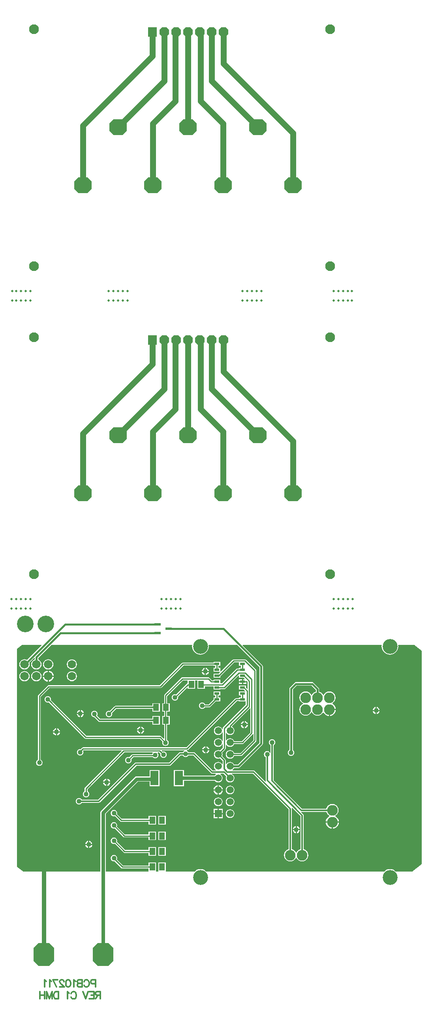
<source format=gbl>
G04*
G04 #@! TF.GenerationSoftware,Altium Limited,Altium Designer,18.0.12 (696)*
G04*
G04 Layer_Physical_Order=2*
G04 Layer_Color=16711680*
%FSAX24Y24*%
%MOIN*%
G70*
G01*
G75*
%ADD10C,0.0120*%
%ADD14C,0.0100*%
%ADD21C,0.0200*%
%ADD29C,0.1260*%
%ADD35C,0.0350*%
%ADD36C,0.0150*%
%ADD37C,0.0300*%
%ADD38C,0.0500*%
%ADD39C,0.0700*%
%ADD40C,0.0720*%
%ADD41C,0.0900*%
%ADD42C,0.0591*%
%ADD43R,0.0591X0.0591*%
G04:AMPARAMS|DCode=44|XSize=175mil|YSize=195mil|CornerRadius=0mil|HoleSize=0mil|Usage=FLASHONLY|Rotation=0.000|XOffset=0mil|YOffset=0mil|HoleType=Round|Shape=Octagon|*
%AMOCTAGOND44*
4,1,8,-0.0438,0.0975,0.0438,0.0975,0.0875,0.0538,0.0875,-0.0538,0.0438,-0.0975,-0.0438,-0.0975,-0.0875,-0.0538,-0.0875,0.0538,-0.0438,0.0975,0.0*
%
%ADD44OCTAGOND44*%

%ADD45C,0.1400*%
G04:AMPARAMS|DCode=46|XSize=145mil|YSize=135mil|CornerRadius=0mil|HoleSize=0mil|Usage=FLASHONLY|Rotation=0.000|XOffset=0mil|YOffset=0mil|HoleType=Round|Shape=Octagon|*
%AMOCTAGOND46*
4,1,8,0.0725,-0.0338,0.0725,0.0338,0.0388,0.0675,-0.0388,0.0675,-0.0725,0.0338,-0.0725,-0.0338,-0.0388,-0.0675,0.0388,-0.0675,0.0725,-0.0338,0.0*
%
%ADD46OCTAGOND46*%

G04:AMPARAMS|DCode=47|XSize=77mil|YSize=80mil|CornerRadius=0mil|HoleSize=0mil|Usage=FLASHONLY|Rotation=0.000|XOffset=0mil|YOffset=0mil|HoleType=Round|Shape=Octagon|*
%AMOCTAGOND47*
4,1,8,-0.0193,0.0400,0.0193,0.0400,0.0385,0.0208,0.0385,-0.0208,0.0193,-0.0400,-0.0193,-0.0400,-0.0385,-0.0208,-0.0385,0.0208,-0.0193,0.0400,0.0*
%
%ADD47OCTAGOND47*%

%ADD48R,0.0770X0.0800*%
%ADD49C,0.0827*%
%ADD50C,0.0400*%
%ADD51R,0.0492X0.0591*%
%ADD52R,0.0571X0.0236*%
%ADD53R,0.0701X0.1240*%
%ADD54R,0.0433X0.0201*%
G36*
X034740Y029740D02*
Y011737D01*
X033926Y011100D01*
X032559D01*
X032547Y011114D01*
X032441Y011201D01*
X032319Y011266D01*
X032187Y011306D01*
X032050Y011320D01*
X031913Y011306D01*
X031781Y011266D01*
X031659Y011201D01*
X031553Y011114D01*
X031541Y011100D01*
X016559D01*
X016547Y011114D01*
X016441Y011201D01*
X016319Y011266D01*
X016187Y011306D01*
X016050Y011320D01*
X015913Y011306D01*
X015781Y011266D01*
X015659Y011201D01*
X015553Y011114D01*
X015541Y011100D01*
X013165D01*
X013129Y011135D01*
X013129Y011150D01*
Y011865D01*
X012497D01*
Y011150D01*
X012497Y011135D01*
X012462Y011100D01*
X012338D01*
X012303Y011135D01*
X012303Y011150D01*
Y011865D01*
X011671D01*
Y011622D01*
X009501D01*
X008993Y012130D01*
X009013Y012180D01*
X009022Y012250D01*
X009013Y012320D01*
X008986Y012386D01*
X008943Y012443D01*
X008886Y012486D01*
X008820Y012513D01*
X008750Y012522D01*
X008680Y012513D01*
X008614Y012486D01*
X008557Y012443D01*
X008514Y012386D01*
X008487Y012320D01*
X008478Y012250D01*
X008487Y012180D01*
X008514Y012114D01*
X008557Y012057D01*
X008614Y012014D01*
X008680Y011987D01*
X008750Y011978D01*
X008794Y011983D01*
X009363Y011413D01*
X009403Y011387D01*
X009450Y011378D01*
X011671D01*
Y011150D01*
X011671Y011135D01*
X011635Y011100D01*
X008059D01*
Y015992D01*
X010765Y018698D01*
X011750D01*
Y018310D01*
X012591D01*
Y019690D01*
X011750D01*
Y019147D01*
X010672D01*
X010586Y019130D01*
X010514Y019081D01*
X007676Y016243D01*
X007627Y016170D01*
X007610Y016085D01*
Y011100D01*
X001112D01*
X000570Y011525D01*
Y029910D01*
X001004Y030250D01*
X002626D01*
X002645Y030204D01*
X001417Y028976D01*
X001312Y029019D01*
X001200Y029034D01*
X001088Y029019D01*
X000983Y028976D01*
X000893Y028907D01*
X000824Y028817D01*
X000781Y028712D01*
X000766Y028600D01*
X000781Y028488D01*
X000824Y028383D01*
X000893Y028293D01*
X000983Y028224D01*
X001088Y028181D01*
X001200Y028166D01*
X001312Y028181D01*
X001417Y028224D01*
X001507Y028293D01*
X001576Y028383D01*
X001619Y028488D01*
X001634Y028600D01*
X001619Y028712D01*
X001605Y028746D01*
X002006Y029147D01*
X002052Y029128D01*
Y029004D01*
X001983Y028976D01*
X001893Y028907D01*
X001824Y028817D01*
X001781Y028712D01*
X001766Y028600D01*
X001781Y028488D01*
X001824Y028383D01*
X001893Y028293D01*
X001983Y028224D01*
X002088Y028181D01*
X002200Y028166D01*
X002312Y028181D01*
X002417Y028224D01*
X002507Y028293D01*
X002576Y028383D01*
X002619Y028488D01*
X002634Y028600D01*
X002619Y028712D01*
X002576Y028817D01*
X002507Y028907D01*
X002417Y028976D01*
X002348Y029004D01*
Y029139D01*
X003459Y030250D01*
X015323D01*
X015356Y030213D01*
X015347Y030117D01*
X015360Y029979D01*
X015400Y029847D01*
X015465Y029726D01*
X015553Y029619D01*
X015659Y029532D01*
X015781Y029467D01*
X015913Y029427D01*
X016050Y029413D01*
X016187Y029427D01*
X016319Y029467D01*
X016441Y029532D01*
X016547Y029619D01*
X016635Y029726D01*
X016700Y029847D01*
X016740Y029979D01*
X016753Y030117D01*
X016744Y030213D01*
X016777Y030250D01*
X019141D01*
X021022Y028369D01*
Y021971D01*
X019199Y020148D01*
X018884D01*
X018869Y020184D01*
X018811Y020261D01*
X018734Y020319D01*
X018645Y020356D01*
X018550Y020368D01*
X018455Y020356D01*
X018366Y020319D01*
X018289Y020261D01*
X018233Y020186D01*
X018228Y020186D01*
X018183Y020203D01*
Y020500D01*
X018172Y020551D01*
X018144Y020594D01*
X017884Y020853D01*
X017906Y020905D01*
X017918Y021000D01*
X017906Y021095D01*
X017880Y021157D01*
X018147Y021423D01*
X018173Y021463D01*
X018182Y021510D01*
Y021800D01*
X018227Y021814D01*
X018232Y021814D01*
X018289Y021739D01*
X018366Y021681D01*
X018455Y021644D01*
X018550Y021632D01*
X018645Y021644D01*
X018734Y021681D01*
X018811Y021739D01*
X018869Y021816D01*
X018895Y021878D01*
X019587D01*
X019634Y021887D01*
X019674Y021913D01*
X020467Y022706D01*
X020468Y022708D01*
X020518Y022693D01*
Y022221D01*
X019419Y021122D01*
X018895D01*
X018869Y021184D01*
X018811Y021261D01*
X018734Y021319D01*
X018645Y021356D01*
X018550Y021368D01*
X018455Y021356D01*
X018366Y021319D01*
X018289Y021261D01*
X018231Y021184D01*
X018194Y021095D01*
X018182Y021000D01*
X018194Y020905D01*
X018231Y020816D01*
X018289Y020739D01*
X018366Y020681D01*
X018455Y020644D01*
X018550Y020632D01*
X018645Y020644D01*
X018734Y020681D01*
X018811Y020739D01*
X018869Y020816D01*
X018895Y020878D01*
X019470D01*
X019517Y020887D01*
X019557Y020913D01*
X020727Y022083D01*
X020753Y022123D01*
X020762Y022170D01*
Y028079D01*
X020753Y028125D01*
X020727Y028165D01*
X019953Y028939D01*
X019913Y028965D01*
X019912Y028966D01*
X019891Y028987D01*
X019851Y029013D01*
X019804Y029022D01*
X018850D01*
X018803Y029013D01*
X018763Y028987D01*
X017771Y027994D01*
X017721Y028015D01*
Y028302D01*
X017557D01*
Y028461D01*
X017721D01*
Y028802D01*
X017148D01*
Y028754D01*
X014575D01*
X014528Y028745D01*
X014489Y028718D01*
X012612Y026842D01*
X003237D01*
X003191Y026832D01*
X003151Y026806D01*
X002363Y026019D01*
X002337Y025979D01*
X002328Y025932D01*
Y020542D01*
X002314Y020536D01*
X002257Y020493D01*
X002214Y020436D01*
X002187Y020370D01*
X002178Y020300D01*
X002187Y020230D01*
X002214Y020164D01*
X002257Y020107D01*
X002314Y020064D01*
X002380Y020037D01*
X002450Y020028D01*
X002520Y020037D01*
X002586Y020064D01*
X002643Y020107D01*
X002686Y020164D01*
X002713Y020230D01*
X002722Y020300D01*
X002713Y020370D01*
X002686Y020436D01*
X002643Y020493D01*
X002586Y020536D01*
X002572Y020542D01*
Y025881D01*
X003288Y026597D01*
X012663D01*
X012709Y026606D01*
X012749Y026633D01*
X014626Y028510D01*
X017148D01*
Y028461D01*
X017312D01*
Y028302D01*
X017148D01*
Y027961D01*
X017668D01*
X017688Y027912D01*
X017579Y027802D01*
X017148D01*
Y027462D01*
X017721D01*
Y027598D01*
X018901Y028778D01*
X019313D01*
Y028461D01*
X019478D01*
Y028302D01*
X019313D01*
Y028254D01*
X019162D01*
X019115Y028245D01*
X019075Y028218D01*
X017849Y026992D01*
X017721D01*
Y027302D01*
X017148D01*
Y027254D01*
X017019D01*
X016808Y027465D01*
X016768Y027492D01*
X016722Y027501D01*
X014518D01*
X014472Y027492D01*
X014432Y027465D01*
X013020Y026053D01*
X012994Y026014D01*
X012984Y025967D01*
Y025325D01*
X012817D01*
Y024595D01*
X012984D01*
Y024245D01*
X012817D01*
Y023515D01*
X012984D01*
Y022351D01*
X012938Y022332D01*
X012743Y022527D01*
X012704Y022553D01*
X012657Y022562D01*
X006431D01*
X003423Y025570D01*
X003432Y025640D01*
X003423Y025710D01*
X003396Y025776D01*
X003353Y025833D01*
X003296Y025876D01*
X003230Y025903D01*
X003160Y025912D01*
X003090Y025903D01*
X003024Y025876D01*
X002967Y025833D01*
X002924Y025776D01*
X002897Y025710D01*
X002888Y025640D01*
X002897Y025570D01*
X002924Y025504D01*
X002967Y025447D01*
X003024Y025404D01*
X003090Y025377D01*
X003160Y025368D01*
X003230Y025377D01*
X003258Y025389D01*
X006293Y022353D01*
X006333Y022327D01*
X006380Y022318D01*
X012606D01*
X012850Y022074D01*
X012844Y022060D01*
X012835Y021990D01*
X012844Y021920D01*
X012871Y021854D01*
X012914Y021797D01*
X012971Y021754D01*
X013036Y021727D01*
X013107Y021718D01*
X013177Y021727D01*
X013243Y021754D01*
X013299Y021797D01*
X013343Y021854D01*
X013370Y021920D01*
X013379Y021990D01*
X013370Y022060D01*
X013343Y022126D01*
X013299Y022183D01*
X013243Y022226D01*
X013229Y022232D01*
Y023515D01*
X013449D01*
Y024245D01*
X013229D01*
Y024595D01*
X013449D01*
Y025325D01*
X013229D01*
Y025916D01*
X014569Y027256D01*
X014971D01*
Y027007D01*
X014941Y027001D01*
X014901Y026974D01*
X013984Y026057D01*
X013970Y026063D01*
X013900Y026072D01*
X013830Y026063D01*
X013764Y026036D01*
X013707Y025993D01*
X013664Y025936D01*
X013637Y025870D01*
X013628Y025800D01*
X013637Y025730D01*
X013664Y025664D01*
X013707Y025607D01*
X013764Y025564D01*
X013830Y025537D01*
X013900Y025528D01*
X013970Y025537D01*
X014036Y025564D01*
X014093Y025607D01*
X014136Y025664D01*
X014163Y025730D01*
X014172Y025800D01*
X014163Y025870D01*
X014157Y025884D01*
X014924Y026651D01*
X014971Y026632D01*
Y026556D01*
X015603D01*
Y027256D01*
X015797D01*
Y026556D01*
X016429D01*
Y026748D01*
X017148D01*
Y026462D01*
X017721D01*
Y026510D01*
X018064D01*
X018110Y026519D01*
X018150Y026545D01*
X019267Y027663D01*
X019313Y027643D01*
Y027462D01*
X019714D01*
X019797Y027378D01*
X019777Y027332D01*
X019650D01*
Y027182D01*
X019917D01*
Y027193D01*
X019963Y027212D01*
X020038Y027137D01*
Y026549D01*
X019991Y026530D01*
X019887Y026635D01*
Y026802D01*
X019313D01*
Y026462D01*
X019714D01*
X019823Y026352D01*
X019802Y026302D01*
X019313D01*
Y025961D01*
X019478D01*
Y025802D01*
X019313D01*
Y025754D01*
X019072D01*
X019025Y025745D01*
X018985Y025718D01*
X014864Y021597D01*
X006134D01*
X006087Y021587D01*
X006048Y021561D01*
X005927Y021440D01*
X005900Y021444D01*
X005830Y021435D01*
X005764Y021408D01*
X005707Y021364D01*
X005664Y021308D01*
X005637Y021242D01*
X005628Y021172D01*
X005637Y021101D01*
X005664Y021036D01*
X005707Y020979D01*
X005764Y020936D01*
X005830Y020909D01*
X005900Y020899D01*
X005970Y020909D01*
X006036Y020936D01*
X006093Y020979D01*
X006136Y021036D01*
X006163Y021101D01*
X006172Y021172D01*
X006163Y021242D01*
X006137Y021304D01*
X006185Y021352D01*
X009392D01*
X009412Y021306D01*
X006306Y018200D01*
X006280Y018161D01*
X006270Y018114D01*
Y017892D01*
X006256Y017886D01*
X006200Y017843D01*
X006157Y017786D01*
X006130Y017720D01*
X006120Y017650D01*
X006130Y017580D01*
X006157Y017514D01*
X006200Y017457D01*
X006256Y017414D01*
X006322Y017387D01*
X006393Y017378D01*
X006463Y017387D01*
X006529Y017414D01*
X006585Y017457D01*
X006628Y017514D01*
X006656Y017580D01*
X006665Y017650D01*
X006656Y017720D01*
X006628Y017786D01*
X006585Y017843D01*
X006529Y017886D01*
X006515Y017892D01*
Y018063D01*
X009622Y021170D01*
X012010D01*
X012028Y021120D01*
X011994Y021076D01*
X011968Y021014D01*
X010342D01*
X010295Y021005D01*
X010255Y020978D01*
X010040Y020763D01*
X009970Y020772D01*
X009900Y020763D01*
X009834Y020736D01*
X009777Y020693D01*
X009734Y020636D01*
X009707Y020570D01*
X009698Y020500D01*
X009707Y020430D01*
X009734Y020364D01*
X009777Y020307D01*
X009834Y020264D01*
X009900Y020237D01*
X009970Y020228D01*
X010040Y020237D01*
X010106Y020264D01*
X010163Y020307D01*
X010206Y020364D01*
X010233Y020430D01*
X010242Y020500D01*
X010233Y020570D01*
X010221Y020598D01*
X010393Y020770D01*
X012020D01*
X012037Y020747D01*
X012094Y020704D01*
X012160Y020677D01*
X012230Y020668D01*
X012300Y020677D01*
X012366Y020704D01*
X012423Y020747D01*
X012466Y020804D01*
X012493Y020870D01*
X012502Y020940D01*
X012493Y021010D01*
X012466Y021076D01*
X012432Y021120D01*
X012450Y021170D01*
X012557D01*
X012673Y021054D01*
X012667Y021040D01*
X012658Y020970D01*
X012667Y020900D01*
X012694Y020834D01*
X012737Y020777D01*
X012794Y020734D01*
X012860Y020707D01*
X012930Y020698D01*
X013000Y020707D01*
X013066Y020734D01*
X013123Y020777D01*
X013166Y020834D01*
X013193Y020900D01*
X013202Y020970D01*
X013193Y021040D01*
X013166Y021106D01*
X013123Y021163D01*
X013066Y021206D01*
X013000Y021233D01*
X012930Y021242D01*
X012860Y021233D01*
X012846Y021227D01*
X012767Y021306D01*
X012786Y021352D01*
X014693D01*
X014703Y021302D01*
X014664Y021286D01*
X014607Y021243D01*
X014564Y021186D01*
X014563Y021183D01*
X014331D01*
X014280Y021172D01*
X014237Y021144D01*
X013396Y020303D01*
X010601D01*
X010550Y020292D01*
X010507Y020264D01*
X007426Y017183D01*
X006037D01*
X006036Y017186D01*
X005993Y017243D01*
X005936Y017286D01*
X005870Y017313D01*
X005800Y017322D01*
X005730Y017313D01*
X005664Y017286D01*
X005607Y017243D01*
X005564Y017186D01*
X005537Y017120D01*
X005528Y017050D01*
X005537Y016980D01*
X005564Y016914D01*
X005607Y016857D01*
X005664Y016814D01*
X005730Y016787D01*
X005800Y016778D01*
X005870Y016787D01*
X005936Y016814D01*
X005993Y016857D01*
X006036Y016914D01*
X006037Y016917D01*
X007481D01*
X007532Y016928D01*
X007575Y016956D01*
X010656Y020037D01*
X013451D01*
X013502Y020048D01*
X013545Y020076D01*
X014386Y020917D01*
X014563D01*
X014564Y020914D01*
X014607Y020857D01*
X014664Y020814D01*
X014730Y020787D01*
X014800Y020778D01*
X014870Y020787D01*
X014936Y020814D01*
X014993Y020857D01*
X015036Y020914D01*
X015037Y020917D01*
X015442D01*
X016953Y019406D01*
X016996Y019378D01*
X017047Y019367D01*
X017347D01*
X017364Y019322D01*
X017364Y019317D01*
X017289Y019261D01*
X017262Y019224D01*
X014650D01*
Y019690D01*
X013809D01*
Y018310D01*
X014650D01*
Y018776D01*
X017262D01*
X017289Y018739D01*
X017366Y018681D01*
X017455Y018644D01*
X017550Y018632D01*
X017645Y018644D01*
X017734Y018681D01*
X017811Y018739D01*
X017869Y018816D01*
X017906Y018905D01*
X017918Y019000D01*
X017906Y019095D01*
X017869Y019184D01*
X017811Y019261D01*
X017736Y019317D01*
X017736Y019322D01*
X017753Y019367D01*
X017995D01*
X018216Y019147D01*
X018194Y019095D01*
X018182Y019000D01*
X018194Y018905D01*
X018231Y018816D01*
X018289Y018739D01*
X018366Y018681D01*
X018455Y018644D01*
X018550Y018632D01*
X018645Y018644D01*
X018734Y018681D01*
X018811Y018739D01*
X018869Y018816D01*
X018906Y018905D01*
X018918Y019000D01*
X018906Y019095D01*
X018869Y019184D01*
X018811Y019261D01*
X018734Y019319D01*
X018690Y019337D01*
X018700Y019387D01*
X020475D01*
X023499Y016363D01*
Y012997D01*
X023496Y012996D01*
X023370Y012944D01*
X023261Y012861D01*
X023178Y012752D01*
X023125Y012626D01*
X023107Y012490D01*
X023125Y012354D01*
X023178Y012228D01*
X023261Y012119D01*
X023370Y012036D01*
X023496Y011983D01*
X023632Y011965D01*
X023768Y011983D01*
X023894Y012036D01*
X024003Y012119D01*
X024086Y012228D01*
X024107Y012278D01*
X024157D01*
X024178Y012228D01*
X024261Y012119D01*
X024370Y012036D01*
X024496Y011983D01*
X024632Y011965D01*
X024768Y011983D01*
X024894Y012036D01*
X025003Y012119D01*
X025086Y012228D01*
X025139Y012354D01*
X025156Y012490D01*
X025139Y012626D01*
X025086Y012752D01*
X025003Y012861D01*
X024894Y012944D01*
X024768Y012996D01*
X024764Y012997D01*
Y015848D01*
X024754Y015899D01*
X024726Y015942D01*
X024559Y016109D01*
X024564Y016132D01*
X024581Y016157D01*
X026675D01*
X026675Y016154D01*
X026728Y016028D01*
X026811Y015919D01*
X026920Y015836D01*
X026931Y015831D01*
X026931Y015781D01*
X026905Y015770D01*
X026790Y015682D01*
X026701Y015567D01*
X026646Y015433D01*
X026634Y015340D01*
X027730D01*
X027718Y015433D01*
X027662Y015567D01*
X027574Y015682D01*
X027459Y015770D01*
X027433Y015781D01*
X027433Y015831D01*
X027444Y015836D01*
X027553Y015919D01*
X027636Y016028D01*
X027689Y016154D01*
X027706Y016290D01*
X027689Y016426D01*
X027636Y016552D01*
X027553Y016661D01*
X027444Y016744D01*
X027318Y016796D01*
X027182Y016814D01*
X027046Y016796D01*
X026920Y016744D01*
X026811Y016661D01*
X026728Y016552D01*
X026675Y016426D01*
X026675Y016422D01*
X024625D01*
X022233Y018815D01*
Y021763D01*
X022236Y021764D01*
X022293Y021807D01*
X022336Y021864D01*
X022363Y021930D01*
X022372Y022000D01*
X022363Y022070D01*
X022336Y022136D01*
X022293Y022193D01*
X022236Y022236D01*
X022170Y022263D01*
X022100Y022272D01*
X022030Y022263D01*
X021964Y022236D01*
X021907Y022193D01*
X021864Y022136D01*
X021837Y022070D01*
X021828Y022000D01*
X021837Y021930D01*
X021864Y021864D01*
X021907Y021807D01*
X021964Y021764D01*
X021967Y021763D01*
Y021154D01*
X021922Y021138D01*
X021917Y021138D01*
X021876Y021193D01*
X021819Y021236D01*
X021754Y021263D01*
X021683Y021272D01*
X021613Y021263D01*
X021547Y021236D01*
X021491Y021193D01*
X021447Y021136D01*
X021420Y021070D01*
X021411Y021000D01*
X021420Y020930D01*
X021447Y020864D01*
X021491Y020807D01*
X021547Y020764D01*
X021551Y020763D01*
Y018797D01*
X021561Y018746D01*
X021519Y018718D01*
X020624Y019614D01*
X020581Y019642D01*
X020530Y019653D01*
X018779D01*
X018762Y019703D01*
X018811Y019739D01*
X018869Y019816D01*
X018884Y019852D01*
X019260D01*
X019317Y019863D01*
X019365Y019895D01*
X021275Y021805D01*
X021307Y021853D01*
X021318Y021910D01*
Y028430D01*
X021307Y028487D01*
X021275Y028535D01*
X019605Y030204D01*
X019624Y030250D01*
X031323D01*
X031356Y030213D01*
X031347Y030117D01*
X031360Y029979D01*
X031400Y029847D01*
X031465Y029726D01*
X031553Y029619D01*
X031659Y029532D01*
X031781Y029467D01*
X031913Y029427D01*
X032050Y029413D01*
X032187Y029427D01*
X032319Y029467D01*
X032441Y029532D01*
X032547Y029619D01*
X032635Y029726D01*
X032700Y029847D01*
X032740Y029979D01*
X032753Y030117D01*
X032744Y030213D01*
X032777Y030250D01*
X034089D01*
X034740Y029740D01*
D02*
G37*
G36*
X019313Y025461D02*
X019868D01*
Y025203D01*
X017973Y023309D01*
X017947Y023269D01*
X017938Y023222D01*
Y023149D01*
X017888Y023139D01*
X017869Y023184D01*
X017811Y023261D01*
X017734Y023319D01*
X017645Y023356D01*
X017550Y023368D01*
X017455Y023356D01*
X017366Y023319D01*
X017289Y023261D01*
X017231Y023184D01*
X017194Y023095D01*
X017182Y023000D01*
X017194Y022905D01*
X017231Y022816D01*
X017289Y022739D01*
X017366Y022681D01*
X017455Y022644D01*
X017550Y022632D01*
X017645Y022644D01*
X017734Y022681D01*
X017811Y022739D01*
X017869Y022816D01*
X017888Y022861D01*
X017938Y022851D01*
Y022149D01*
X017888Y022139D01*
X017869Y022184D01*
X017811Y022261D01*
X017734Y022319D01*
X017645Y022356D01*
X017550Y022368D01*
X017455Y022356D01*
X017366Y022319D01*
X017289Y022261D01*
X017231Y022184D01*
X017194Y022095D01*
X017182Y022000D01*
X017194Y021905D01*
X017231Y021816D01*
X017289Y021739D01*
X017366Y021681D01*
X017455Y021644D01*
X017550Y021632D01*
X017645Y021644D01*
X017734Y021681D01*
X017811Y021739D01*
X017869Y021816D01*
X017888Y021861D01*
X017938Y021851D01*
Y021561D01*
X017707Y021330D01*
X017645Y021356D01*
X017550Y021368D01*
X017455Y021356D01*
X017366Y021319D01*
X017289Y021261D01*
X017231Y021184D01*
X017194Y021095D01*
X017182Y021000D01*
X017194Y020905D01*
X017231Y020816D01*
X017289Y020739D01*
X017366Y020681D01*
X017455Y020644D01*
X017550Y020632D01*
X017645Y020644D01*
X017697Y020666D01*
X017917Y020445D01*
Y020203D01*
X017872Y020186D01*
X017867Y020186D01*
X017811Y020261D01*
X017734Y020319D01*
X017645Y020356D01*
X017550Y020368D01*
X017455Y020356D01*
X017366Y020319D01*
X017289Y020261D01*
X017231Y020184D01*
X017194Y020095D01*
X017182Y020000D01*
X017194Y019905D01*
X017231Y019816D01*
X017289Y019739D01*
X017364Y019683D01*
X017364Y019678D01*
X017347Y019633D01*
X017102D01*
X015591Y021144D01*
X015548Y021172D01*
X015497Y021183D01*
X015037D01*
X015036Y021186D01*
X014993Y021243D01*
X014936Y021286D01*
X014897Y021302D01*
X014907Y021352D01*
X014914D01*
X014961Y021361D01*
X015001Y021388D01*
X019123Y025510D01*
X019313D01*
Y025461D01*
D02*
G37*
G36*
X020258Y024864D02*
Y022843D01*
X019537Y022122D01*
X018895D01*
X018869Y022184D01*
X018811Y022261D01*
X018734Y022319D01*
X018645Y022356D01*
X018550Y022368D01*
X018455Y022356D01*
X018366Y022319D01*
X018289Y022261D01*
X018232Y022186D01*
X018227Y022186D01*
X018182Y022200D01*
Y022800D01*
X018227Y022814D01*
X018232Y022814D01*
X018289Y022739D01*
X018366Y022681D01*
X018455Y022644D01*
X018550Y022632D01*
X018645Y022644D01*
X018734Y022681D01*
X018811Y022739D01*
X018869Y022816D01*
X018906Y022905D01*
X018918Y023000D01*
X018906Y023095D01*
X018869Y023184D01*
X018811Y023261D01*
X018734Y023319D01*
X018719Y023325D01*
X018707Y023384D01*
X020208Y024885D01*
X020258Y024864D01*
D02*
G37*
G36*
X024499Y015793D02*
Y012997D01*
X024496Y012996D01*
X024370Y012944D01*
X024261Y012861D01*
X024178Y012752D01*
X024157Y012702D01*
X024107D01*
X024086Y012752D01*
X024003Y012861D01*
X023894Y012944D01*
X023768Y012996D01*
X023764Y012997D01*
Y016418D01*
X023754Y016469D01*
X023796Y016497D01*
X024499Y015793D01*
D02*
G37*
%LPC*%
G36*
X005200Y029024D02*
X005090Y029009D01*
X004988Y028967D01*
X004900Y028900D01*
X004833Y028812D01*
X004791Y028710D01*
X004776Y028600D01*
X004791Y028490D01*
X004833Y028388D01*
X004900Y028300D01*
X004988Y028233D01*
X005090Y028191D01*
X005200Y028176D01*
X005310Y028191D01*
X005412Y028233D01*
X005500Y028300D01*
X005567Y028388D01*
X005609Y028490D01*
X005624Y028600D01*
X005609Y028710D01*
X005567Y028812D01*
X005500Y028900D01*
X005412Y028967D01*
X005310Y029009D01*
X005200Y029024D01*
D02*
G37*
G36*
X003200Y029034D02*
X003088Y029019D01*
X002983Y028976D01*
X002893Y028907D01*
X002824Y028817D01*
X002781Y028712D01*
X002766Y028600D01*
X002781Y028488D01*
X002824Y028383D01*
X002893Y028293D01*
X002983Y028224D01*
X003088Y028181D01*
X003200Y028166D01*
X003312Y028181D01*
X003417Y028224D01*
X003507Y028293D01*
X003576Y028383D01*
X003619Y028488D01*
X003634Y028600D01*
X003619Y028712D01*
X003576Y028817D01*
X003507Y028907D01*
X003417Y028976D01*
X003312Y029019D01*
X003200Y029034D01*
D02*
G37*
G36*
X016512Y028296D02*
Y028050D01*
X016758D01*
X016754Y028078D01*
X016724Y028151D01*
X016676Y028214D01*
X016613Y028262D01*
X016540Y028292D01*
X016512Y028296D01*
D02*
G37*
G36*
X016412D02*
X016384Y028292D01*
X016311Y028262D01*
X016248Y028214D01*
X016200Y028151D01*
X016170Y028078D01*
X016166Y028050D01*
X016412D01*
Y028296D01*
D02*
G37*
G36*
X016758Y027950D02*
X016512D01*
Y027704D01*
X016540Y027708D01*
X016613Y027738D01*
X016676Y027786D01*
X016724Y027849D01*
X016754Y027922D01*
X016758Y027950D01*
D02*
G37*
G36*
X016412D02*
X016166D01*
X016170Y027922D01*
X016200Y027849D01*
X016248Y027786D01*
X016311Y027738D01*
X016384Y027708D01*
X016412Y027704D01*
Y027950D01*
D02*
G37*
G36*
X003250Y028057D02*
Y027650D01*
X003657D01*
X003648Y027720D01*
X003602Y027832D01*
X003528Y027928D01*
X003432Y028002D01*
X003320Y028048D01*
X003250Y028057D01*
D02*
G37*
G36*
X003150D02*
X003080Y028048D01*
X002968Y028002D01*
X002872Y027928D01*
X002798Y027832D01*
X002752Y027720D01*
X002743Y027650D01*
X003150D01*
Y028057D01*
D02*
G37*
G36*
X019550Y027332D02*
X019283D01*
Y027182D01*
X019550D01*
Y027332D01*
D02*
G37*
G36*
X005200Y028024D02*
X005090Y028009D01*
X004988Y027967D01*
X004900Y027900D01*
X004833Y027812D01*
X004791Y027710D01*
X004776Y027600D01*
X004791Y027490D01*
X004833Y027388D01*
X004900Y027300D01*
X004988Y027233D01*
X005090Y027191D01*
X005200Y027176D01*
X005310Y027191D01*
X005412Y027233D01*
X005500Y027300D01*
X005567Y027388D01*
X005609Y027490D01*
X005624Y027600D01*
X005609Y027710D01*
X005567Y027812D01*
X005500Y027900D01*
X005412Y027967D01*
X005310Y028009D01*
X005200Y028024D01*
D02*
G37*
G36*
X002200Y028034D02*
X002088Y028019D01*
X001983Y027976D01*
X001893Y027907D01*
X001824Y027817D01*
X001781Y027712D01*
X001766Y027600D01*
X001781Y027488D01*
X001824Y027383D01*
X001893Y027293D01*
X001983Y027224D01*
X002088Y027181D01*
X002200Y027166D01*
X002312Y027181D01*
X002417Y027224D01*
X002507Y027293D01*
X002576Y027383D01*
X002619Y027488D01*
X002634Y027600D01*
X002619Y027712D01*
X002576Y027817D01*
X002507Y027907D01*
X002417Y027976D01*
X002312Y028019D01*
X002200Y028034D01*
D02*
G37*
G36*
X001200D02*
X001088Y028019D01*
X000983Y027976D01*
X000893Y027907D01*
X000824Y027817D01*
X000781Y027712D01*
X000766Y027600D01*
X000781Y027488D01*
X000824Y027383D01*
X000893Y027293D01*
X000983Y027224D01*
X001088Y027181D01*
X001200Y027166D01*
X001312Y027181D01*
X001417Y027224D01*
X001507Y027293D01*
X001576Y027383D01*
X001619Y027488D01*
X001634Y027600D01*
X001619Y027712D01*
X001576Y027817D01*
X001507Y027907D01*
X001417Y027976D01*
X001312Y028019D01*
X001200Y028034D01*
D02*
G37*
G36*
X003657Y027550D02*
X003250D01*
Y027143D01*
X003320Y027152D01*
X003432Y027198D01*
X003528Y027272D01*
X003602Y027368D01*
X003648Y027480D01*
X003657Y027550D01*
D02*
G37*
G36*
X003150D02*
X002743D01*
X002752Y027480D01*
X002798Y027368D01*
X002872Y027272D01*
X002968Y027198D01*
X003080Y027152D01*
X003150Y027143D01*
Y027550D01*
D02*
G37*
G36*
X019917Y027082D02*
X019650D01*
Y026932D01*
X019917D01*
Y027082D01*
D02*
G37*
G36*
X019550D02*
X019283D01*
Y026932D01*
X019550D01*
Y027082D01*
D02*
G37*
G36*
X025500Y027098D02*
X024100D01*
X024043Y027087D01*
X023995Y027055D01*
X023595Y026655D01*
X023563Y026607D01*
X023552Y026550D01*
Y021377D01*
X023507Y021343D01*
X023464Y021286D01*
X023437Y021220D01*
X023428Y021150D01*
X023437Y021080D01*
X023464Y021014D01*
X023507Y020957D01*
X023564Y020914D01*
X023630Y020887D01*
X023700Y020878D01*
X023770Y020887D01*
X023836Y020914D01*
X023893Y020957D01*
X023936Y021014D01*
X023963Y021080D01*
X023972Y021150D01*
X023963Y021220D01*
X023936Y021286D01*
X023893Y021343D01*
X023848Y021377D01*
Y026489D01*
X024161Y026802D01*
X025439D01*
X025784Y026457D01*
Y026291D01*
X025670Y026244D01*
X025561Y026161D01*
X025478Y026052D01*
X025457Y026002D01*
X025407D01*
X025386Y026052D01*
X025303Y026161D01*
X025194Y026244D01*
X025068Y026296D01*
X024932Y026314D01*
X024796Y026296D01*
X024670Y026244D01*
X024561Y026161D01*
X024478Y026052D01*
X024425Y025926D01*
X024407Y025790D01*
X024425Y025654D01*
X024478Y025528D01*
X024561Y025419D01*
X024670Y025336D01*
X024720Y025315D01*
Y025265D01*
X024670Y025244D01*
X024561Y025161D01*
X024478Y025052D01*
X024425Y024926D01*
X024407Y024790D01*
X024425Y024654D01*
X024478Y024528D01*
X024561Y024419D01*
X024670Y024336D01*
X024796Y024283D01*
X024932Y024265D01*
X025068Y024283D01*
X025194Y024336D01*
X025303Y024419D01*
X025386Y024528D01*
X025407Y024578D01*
X025457D01*
X025478Y024528D01*
X025561Y024419D01*
X025670Y024336D01*
X025796Y024283D01*
X025932Y024265D01*
X026068Y024283D01*
X026194Y024336D01*
X026303Y024419D01*
X026386Y024528D01*
X026391Y024539D01*
X026441Y024539D01*
X026451Y024512D01*
X026540Y024398D01*
X026655Y024309D01*
X026788Y024254D01*
X026882Y024242D01*
Y024790D01*
X026932D01*
Y024840D01*
X027480D01*
X027468Y024933D01*
X027412Y025067D01*
X027324Y025182D01*
X027209Y025270D01*
X027183Y025281D01*
Y025331D01*
X027194Y025336D01*
X027303Y025419D01*
X027386Y025528D01*
X027439Y025654D01*
X027456Y025790D01*
X027439Y025926D01*
X027386Y026052D01*
X027303Y026161D01*
X027194Y026244D01*
X027068Y026296D01*
X026932Y026314D01*
X026796Y026296D01*
X026670Y026244D01*
X026561Y026161D01*
X026478Y026052D01*
X026457Y026002D01*
X026407D01*
X026386Y026052D01*
X026303Y026161D01*
X026194Y026244D01*
X026080Y026291D01*
Y026518D01*
X026068Y026575D01*
X026036Y026623D01*
X025605Y027055D01*
X025557Y027087D01*
X025500Y027098D01*
D02*
G37*
G36*
X017721Y026302D02*
X017148D01*
Y025961D01*
X017312D01*
Y025802D01*
X017148D01*
Y025635D01*
X016736Y025222D01*
X016442D01*
X016436Y025236D01*
X016393Y025293D01*
X016336Y025336D01*
X016270Y025363D01*
X016200Y025372D01*
X016130Y025363D01*
X016064Y025336D01*
X016007Y025293D01*
X015964Y025236D01*
X015937Y025170D01*
X015928Y025100D01*
X015937Y025030D01*
X015964Y024964D01*
X016007Y024907D01*
X016064Y024864D01*
X016130Y024837D01*
X016200Y024828D01*
X016270Y024837D01*
X016336Y024864D01*
X016393Y024907D01*
X016436Y024964D01*
X016442Y024978D01*
X016787D01*
X016833Y024987D01*
X016873Y025013D01*
X017321Y025461D01*
X017721D01*
Y025802D01*
X017557D01*
Y025961D01*
X017721D01*
Y026302D01*
D02*
G37*
G36*
X030932Y024996D02*
Y024750D01*
X031178D01*
X031174Y024778D01*
X031144Y024851D01*
X031096Y024914D01*
X031033Y024962D01*
X030960Y024992D01*
X030932Y024996D01*
D02*
G37*
G36*
X030832D02*
X030804Y024992D01*
X030731Y024962D01*
X030668Y024914D01*
X030620Y024851D01*
X030590Y024778D01*
X030586Y024750D01*
X030832D01*
Y024996D01*
D02*
G37*
G36*
X012623Y025325D02*
X011991D01*
Y025093D01*
X008891D01*
X008841Y025082D01*
X008798Y025054D01*
X008405Y024662D01*
X008402Y024663D01*
X008331Y024672D01*
X008261Y024663D01*
X008195Y024636D01*
X008139Y024593D01*
X008095Y024536D01*
X008068Y024470D01*
X008059Y024400D01*
X008068Y024330D01*
X008095Y024264D01*
X008139Y024207D01*
X008195Y024164D01*
X008261Y024137D01*
X008331Y024128D01*
X008402Y024137D01*
X008467Y024164D01*
X008524Y024207D01*
X008567Y024264D01*
X008594Y024330D01*
X008604Y024400D01*
X008594Y024470D01*
X008593Y024474D01*
X008946Y024827D01*
X011991D01*
Y024595D01*
X012623D01*
Y025325D01*
D02*
G37*
G36*
X005960Y024746D02*
Y024500D01*
X006206D01*
X006203Y024528D01*
X006172Y024601D01*
X006124Y024664D01*
X006062Y024712D01*
X005989Y024742D01*
X005960Y024746D01*
D02*
G37*
G36*
X005860D02*
X005832Y024742D01*
X005759Y024712D01*
X005696Y024664D01*
X005648Y024601D01*
X005618Y024528D01*
X005614Y024500D01*
X005860D01*
Y024746D01*
D02*
G37*
G36*
X031178Y024650D02*
X030932D01*
Y024404D01*
X030960Y024408D01*
X031033Y024438D01*
X031096Y024486D01*
X031144Y024549D01*
X031174Y024622D01*
X031178Y024650D01*
D02*
G37*
G36*
X030832D02*
X030586D01*
X030590Y024622D01*
X030620Y024549D01*
X030668Y024486D01*
X030731Y024438D01*
X030804Y024408D01*
X030832Y024404D01*
Y024650D01*
D02*
G37*
G36*
X027480Y024740D02*
X026982D01*
Y024242D01*
X027075Y024254D01*
X027209Y024309D01*
X027324Y024398D01*
X027412Y024512D01*
X027468Y024646D01*
X027480Y024740D01*
D02*
G37*
G36*
X006206Y024400D02*
X005960D01*
Y024154D01*
X005989Y024158D01*
X006062Y024188D01*
X006124Y024236D01*
X006172Y024299D01*
X006203Y024372D01*
X006206Y024400D01*
D02*
G37*
G36*
X005860D02*
X005614D01*
X005618Y024372D01*
X005648Y024299D01*
X005696Y024236D01*
X005759Y024188D01*
X005832Y024158D01*
X005860Y024154D01*
Y024400D01*
D02*
G37*
G36*
X007100Y024672D02*
X007030Y024663D01*
X006964Y024636D01*
X006907Y024593D01*
X006864Y024536D01*
X006837Y024470D01*
X006828Y024400D01*
X006837Y024330D01*
X006864Y024264D01*
X006907Y024207D01*
X006964Y024164D01*
X007030Y024137D01*
X007100Y024128D01*
X007104Y024128D01*
X007446Y023786D01*
X007489Y023758D01*
X007540Y023747D01*
X011991D01*
Y023515D01*
X012623D01*
Y024245D01*
X011991D01*
Y024013D01*
X007595D01*
X007338Y024269D01*
X007363Y024330D01*
X007372Y024400D01*
X007363Y024470D01*
X007336Y024536D01*
X007293Y024593D01*
X007236Y024636D01*
X007170Y024663D01*
X007100Y024672D01*
D02*
G37*
G36*
X011050Y023346D02*
Y023100D01*
X011296D01*
X011292Y023128D01*
X011262Y023201D01*
X011214Y023264D01*
X011151Y023312D01*
X011078Y023342D01*
X011050Y023346D01*
D02*
G37*
G36*
X010950D02*
X010922Y023342D01*
X010849Y023312D01*
X010786Y023264D01*
X010738Y023201D01*
X010708Y023128D01*
X010704Y023100D01*
X010950D01*
Y023346D01*
D02*
G37*
G36*
X003950Y023196D02*
Y022950D01*
X004196D01*
X004192Y022978D01*
X004162Y023051D01*
X004114Y023114D01*
X004051Y023162D01*
X003978Y023192D01*
X003950Y023196D01*
D02*
G37*
G36*
X003850D02*
X003822Y023192D01*
X003749Y023162D01*
X003686Y023114D01*
X003638Y023051D01*
X003608Y022978D01*
X003604Y022950D01*
X003850D01*
Y023196D01*
D02*
G37*
G36*
X011296Y023000D02*
X011050D01*
Y022754D01*
X011078Y022758D01*
X011151Y022788D01*
X011214Y022836D01*
X011262Y022899D01*
X011292Y022972D01*
X011296Y023000D01*
D02*
G37*
G36*
X010950D02*
X010704D01*
X010708Y022972D01*
X010738Y022899D01*
X010786Y022836D01*
X010849Y022788D01*
X010922Y022758D01*
X010950Y022754D01*
Y023000D01*
D02*
G37*
G36*
X004196Y022850D02*
X003950D01*
Y022604D01*
X003978Y022608D01*
X004051Y022638D01*
X004114Y022686D01*
X004162Y022749D01*
X004192Y022822D01*
X004196Y022850D01*
D02*
G37*
G36*
X003850D02*
X003604D01*
X003608Y022822D01*
X003638Y022749D01*
X003686Y022686D01*
X003749Y022638D01*
X003822Y022608D01*
X003850Y022604D01*
Y022850D01*
D02*
G37*
G36*
X008185Y018946D02*
Y018700D01*
X008431D01*
X008427Y018728D01*
X008397Y018801D01*
X008349Y018864D01*
X008286Y018912D01*
X008213Y018942D01*
X008185Y018946D01*
D02*
G37*
G36*
X008085D02*
X008056Y018942D01*
X007983Y018912D01*
X007921Y018864D01*
X007873Y018801D01*
X007842Y018728D01*
X007839Y018700D01*
X008085D01*
Y018946D01*
D02*
G37*
G36*
X008431Y018600D02*
X008185D01*
Y018354D01*
X008213Y018358D01*
X008286Y018388D01*
X008349Y018436D01*
X008397Y018499D01*
X008427Y018572D01*
X008431Y018600D01*
D02*
G37*
G36*
X008085D02*
X007839D01*
X007842Y018572D01*
X007873Y018499D01*
X007921Y018436D01*
X007983Y018388D01*
X008056Y018358D01*
X008085Y018354D01*
Y018600D01*
D02*
G37*
G36*
X017600Y018392D02*
Y018050D01*
X017942D01*
X017935Y018103D01*
X017895Y018199D01*
X017832Y018282D01*
X017749Y018345D01*
X017653Y018385D01*
X017600Y018392D01*
D02*
G37*
G36*
X017500D02*
X017447Y018385D01*
X017351Y018345D01*
X017268Y018282D01*
X017205Y018199D01*
X017165Y018103D01*
X017158Y018050D01*
X017500D01*
Y018392D01*
D02*
G37*
G36*
X018550Y018368D02*
X018455Y018356D01*
X018366Y018319D01*
X018289Y018261D01*
X018231Y018184D01*
X018194Y018095D01*
X018182Y018000D01*
X018194Y017905D01*
X018231Y017816D01*
X018289Y017739D01*
X018366Y017681D01*
X018455Y017644D01*
X018550Y017632D01*
X018645Y017644D01*
X018734Y017681D01*
X018811Y017739D01*
X018869Y017816D01*
X018906Y017905D01*
X018918Y018000D01*
X018906Y018095D01*
X018869Y018184D01*
X018811Y018261D01*
X018734Y018319D01*
X018645Y018356D01*
X018550Y018368D01*
D02*
G37*
G36*
X017942Y017950D02*
X017600D01*
Y017608D01*
X017653Y017615D01*
X017749Y017655D01*
X017832Y017718D01*
X017895Y017801D01*
X017935Y017897D01*
X017942Y017950D01*
D02*
G37*
G36*
X017500D02*
X017158D01*
X017165Y017897D01*
X017205Y017801D01*
X017268Y017718D01*
X017351Y017655D01*
X017447Y017615D01*
X017500Y017608D01*
Y017950D01*
D02*
G37*
G36*
X018550Y017368D02*
X018455Y017356D01*
X018366Y017319D01*
X018289Y017261D01*
X018231Y017184D01*
X018194Y017095D01*
X018182Y017000D01*
X018194Y016905D01*
X018231Y016816D01*
X018289Y016739D01*
X018366Y016681D01*
X018455Y016644D01*
X018550Y016632D01*
X018645Y016644D01*
X018734Y016681D01*
X018811Y016739D01*
X018869Y016816D01*
X018906Y016905D01*
X018918Y017000D01*
X018906Y017095D01*
X018869Y017184D01*
X018811Y017261D01*
X018734Y017319D01*
X018645Y017356D01*
X018550Y017368D01*
D02*
G37*
G36*
X017550D02*
X017455Y017356D01*
X017366Y017319D01*
X017289Y017261D01*
X017231Y017184D01*
X017194Y017095D01*
X017182Y017000D01*
X017194Y016905D01*
X017231Y016816D01*
X017289Y016739D01*
X017366Y016681D01*
X017455Y016644D01*
X017550Y016632D01*
X017645Y016644D01*
X017734Y016681D01*
X017811Y016739D01*
X017869Y016816D01*
X017906Y016905D01*
X017918Y017000D01*
X017906Y017095D01*
X017869Y017184D01*
X017811Y017261D01*
X017734Y017319D01*
X017645Y017356D01*
X017550Y017368D01*
D02*
G37*
G36*
X017945Y016395D02*
X017600D01*
Y016050D01*
X017945D01*
Y016395D01*
D02*
G37*
G36*
X017500D02*
X017155D01*
Y016050D01*
X017500D01*
Y016395D01*
D02*
G37*
G36*
X018550Y016368D02*
X018455Y016356D01*
X018366Y016319D01*
X018289Y016261D01*
X018231Y016184D01*
X018194Y016095D01*
X018182Y016000D01*
X018194Y015905D01*
X018231Y015816D01*
X018289Y015739D01*
X018366Y015681D01*
X018455Y015644D01*
X018550Y015632D01*
X018645Y015644D01*
X018734Y015681D01*
X018811Y015739D01*
X018869Y015816D01*
X018906Y015905D01*
X018918Y016000D01*
X018906Y016095D01*
X018869Y016184D01*
X018811Y016261D01*
X018734Y016319D01*
X018645Y016356D01*
X018550Y016368D01*
D02*
G37*
G36*
X017945Y015950D02*
X017600D01*
Y015605D01*
X017945D01*
Y015950D01*
D02*
G37*
G36*
X017500D02*
X017155D01*
Y015605D01*
X017500D01*
Y015950D01*
D02*
G37*
G36*
X013129Y015803D02*
X012497D01*
Y015072D01*
X013129D01*
Y015803D01*
D02*
G37*
G36*
X008750Y016322D02*
X008680Y016313D01*
X008614Y016286D01*
X008557Y016243D01*
X008514Y016186D01*
X008487Y016120D01*
X008478Y016050D01*
X008487Y015980D01*
X008514Y015914D01*
X008557Y015857D01*
X008614Y015814D01*
X008680Y015787D01*
X008750Y015778D01*
X008820Y015787D01*
X008834Y015793D01*
X009276Y015351D01*
X009316Y015324D01*
X009362Y015315D01*
X011671D01*
Y015072D01*
X012303D01*
Y015803D01*
X011671D01*
Y015560D01*
X009413D01*
X009007Y015966D01*
X009013Y015980D01*
X009022Y016050D01*
X009013Y016120D01*
X008986Y016186D01*
X008943Y016243D01*
X008886Y016286D01*
X008820Y016313D01*
X008750Y016322D01*
D02*
G37*
G36*
X027730Y015240D02*
X027232D01*
Y014742D01*
X027325Y014754D01*
X027459Y014809D01*
X027574Y014898D01*
X027662Y015012D01*
X027718Y015146D01*
X027730Y015240D01*
D02*
G37*
G36*
X027132D02*
X026634D01*
X026646Y015146D01*
X026701Y015012D01*
X026790Y014898D01*
X026905Y014809D01*
X027038Y014754D01*
X027132Y014742D01*
Y015240D01*
D02*
G37*
G36*
X013129Y014490D02*
X012497D01*
Y013760D01*
X013129D01*
Y014490D01*
D02*
G37*
G36*
X008750Y015272D02*
X008680Y015263D01*
X008614Y015236D01*
X008557Y015193D01*
X008514Y015136D01*
X008487Y015070D01*
X008478Y015000D01*
X008487Y014930D01*
X008514Y014864D01*
X008557Y014807D01*
X008614Y014764D01*
X008680Y014737D01*
X008750Y014728D01*
X008820Y014737D01*
X008834Y014743D01*
X009538Y014038D01*
X009578Y014012D01*
X009625Y014003D01*
X011671D01*
Y013760D01*
X012303D01*
Y014490D01*
X011671D01*
Y014247D01*
X009676D01*
X009007Y014916D01*
X009013Y014930D01*
X009022Y015000D01*
X009013Y015070D01*
X008986Y015136D01*
X008943Y015193D01*
X008886Y015236D01*
X008820Y015263D01*
X008750Y015272D01*
D02*
G37*
G36*
X006670Y013696D02*
Y013450D01*
X006916D01*
X006912Y013478D01*
X006882Y013551D01*
X006834Y013614D01*
X006771Y013662D01*
X006698Y013692D01*
X006670Y013696D01*
D02*
G37*
G36*
X006570D02*
X006542Y013692D01*
X006469Y013662D01*
X006406Y013614D01*
X006358Y013551D01*
X006328Y013478D01*
X006324Y013450D01*
X006570D01*
Y013696D01*
D02*
G37*
G36*
X006916Y013350D02*
X006670D01*
Y013104D01*
X006698Y013108D01*
X006771Y013138D01*
X006834Y013186D01*
X006882Y013249D01*
X006912Y013322D01*
X006916Y013350D01*
D02*
G37*
G36*
X006570D02*
X006324D01*
X006328Y013322D01*
X006358Y013249D01*
X006406Y013186D01*
X006469Y013138D01*
X006542Y013108D01*
X006570Y013104D01*
Y013350D01*
D02*
G37*
G36*
X013129Y013178D02*
X012497D01*
Y012447D01*
X013129D01*
Y013178D01*
D02*
G37*
G36*
X008750Y013972D02*
X008680Y013963D01*
X008614Y013936D01*
X008557Y013893D01*
X008514Y013836D01*
X008487Y013770D01*
X008478Y013700D01*
X008487Y013630D01*
X008514Y013564D01*
X008557Y013507D01*
X008614Y013464D01*
X008680Y013437D01*
X008750Y013428D01*
X008820Y013437D01*
X008834Y013443D01*
X009551Y012726D01*
X009591Y012699D01*
X009638Y012690D01*
X011671D01*
Y012447D01*
X012303D01*
Y013178D01*
X011671D01*
Y012935D01*
X009688D01*
X009007Y013616D01*
X009013Y013630D01*
X009022Y013700D01*
X009013Y013770D01*
X008986Y013836D01*
X008943Y013893D01*
X008886Y013936D01*
X008820Y013963D01*
X008750Y013972D01*
D02*
G37*
G36*
X016550Y021681D02*
Y021435D01*
X016796D01*
X016792Y021463D01*
X016762Y021536D01*
X016714Y021599D01*
X016651Y021647D01*
X016578Y021677D01*
X016550Y021681D01*
D02*
G37*
G36*
X016450D02*
X016422Y021677D01*
X016349Y021647D01*
X016286Y021599D01*
X016238Y021536D01*
X016208Y021463D01*
X016204Y021435D01*
X016450D01*
Y021681D01*
D02*
G37*
G36*
X016796Y021335D02*
X016550D01*
Y021089D01*
X016578Y021093D01*
X016651Y021123D01*
X016714Y021171D01*
X016762Y021234D01*
X016792Y021307D01*
X016796Y021335D01*
D02*
G37*
G36*
X016450D02*
X016204D01*
X016208Y021307D01*
X016238Y021234D01*
X016286Y021171D01*
X016349Y021123D01*
X016422Y021093D01*
X016450Y021089D01*
Y021335D01*
D02*
G37*
G36*
X019810Y023805D02*
Y023559D01*
X020056D01*
X020052Y023587D01*
X020022Y023660D01*
X019974Y023722D01*
X019911Y023771D01*
X019838Y023801D01*
X019810Y023805D01*
D02*
G37*
G36*
X019710D02*
X019682Y023801D01*
X019609Y023771D01*
X019546Y023722D01*
X019498Y023660D01*
X019468Y023587D01*
X019464Y023559D01*
X019710D01*
Y023805D01*
D02*
G37*
G36*
X020056Y023459D02*
X019810D01*
Y023213D01*
X019838Y023216D01*
X019911Y023246D01*
X019974Y023295D01*
X020022Y023357D01*
X020052Y023430D01*
X020056Y023459D01*
D02*
G37*
G36*
X019710D02*
X019464D01*
X019468Y023430D01*
X019498Y023357D01*
X019546Y023295D01*
X019609Y023246D01*
X019682Y023216D01*
X019710Y023213D01*
Y023459D01*
D02*
G37*
G36*
X024195Y014946D02*
Y014700D01*
X024441D01*
X024437Y014728D01*
X024407Y014801D01*
X024359Y014864D01*
X024296Y014912D01*
X024223Y014942D01*
X024195Y014946D01*
D02*
G37*
G36*
X024095D02*
X024066Y014942D01*
X023993Y014912D01*
X023931Y014864D01*
X023883Y014801D01*
X023852Y014728D01*
X023849Y014700D01*
X024095D01*
Y014946D01*
D02*
G37*
G36*
X024441Y014600D02*
X024195D01*
Y014354D01*
X024223Y014358D01*
X024296Y014388D01*
X024359Y014436D01*
X024407Y014499D01*
X024437Y014572D01*
X024441Y014600D01*
D02*
G37*
G36*
X024095D02*
X023849D01*
X023852Y014572D01*
X023883Y014499D01*
X023931Y014436D01*
X023993Y014388D01*
X024066Y014358D01*
X024095Y014354D01*
Y014600D01*
D02*
G37*
%LPD*%
D10*
X024632Y012490D02*
Y015848D01*
X021683Y018797D02*
X024632Y015848D01*
X021683Y018797D02*
Y021000D01*
X023632Y012490D02*
Y016418D01*
X020530Y019520D02*
X023632Y016418D01*
X018300Y019520D02*
X020530D01*
X018050Y019500D02*
X018550Y019000D01*
X018050Y019770D02*
X018300Y019520D01*
X018050Y019770D02*
Y020500D01*
X017550Y021000D02*
X018050Y020500D01*
X022100Y018760D02*
Y022000D01*
Y018760D02*
X024570Y016290D01*
X027182D01*
X017047Y019500D02*
X018050D01*
X015497Y021050D02*
X017047Y019500D01*
X014800Y021050D02*
X015497D01*
X007100Y024320D02*
Y024400D01*
X008331D02*
X008891Y024960D01*
X012307D01*
X007100Y024320D02*
X007540Y023880D01*
X012307D01*
X005800Y017050D02*
X007481D01*
X014331Y021050D02*
X014800D01*
X007481Y017050D02*
X010601Y020170D01*
X013451D01*
X014331Y021050D01*
X007187Y001654D02*
X006930D01*
X006844Y001682D01*
X006816Y001711D01*
X006787Y001768D01*
Y001853D01*
X006816Y001911D01*
X006844Y001939D01*
X006930Y001968D01*
X007187D01*
Y001368D01*
X006225Y001825D02*
X006253Y001882D01*
X006310Y001939D01*
X006367Y001968D01*
X006482D01*
X006539Y001939D01*
X006596Y001882D01*
X006625Y001825D01*
X006653Y001739D01*
Y001596D01*
X006625Y001511D01*
X006596Y001454D01*
X006539Y001396D01*
X006482Y001368D01*
X006367D01*
X006310Y001396D01*
X006253Y001454D01*
X006225Y001511D01*
X006056Y001968D02*
Y001368D01*
Y001968D02*
X005799D01*
X005713Y001939D01*
X005685Y001911D01*
X005656Y001853D01*
Y001796D01*
X005685Y001739D01*
X005713Y001711D01*
X005799Y001682D01*
X006056D02*
X005799D01*
X005713Y001654D01*
X005685Y001625D01*
X005656Y001568D01*
Y001482D01*
X005685Y001425D01*
X005713Y001396D01*
X005799Y001368D01*
X006056D01*
X005522Y001853D02*
X005465Y001882D01*
X005379Y001968D01*
Y001368D01*
X004911Y001968D02*
X004996Y001939D01*
X005053Y001853D01*
X005082Y001711D01*
Y001625D01*
X005053Y001482D01*
X004996Y001396D01*
X004911Y001368D01*
X004853D01*
X004768Y001396D01*
X004711Y001482D01*
X004682Y001625D01*
Y001711D01*
X004711Y001853D01*
X004768Y001939D01*
X004853Y001968D01*
X004911D01*
X004519Y001825D02*
Y001853D01*
X004491Y001911D01*
X004462Y001939D01*
X004405Y001968D01*
X004291D01*
X004234Y001939D01*
X004205Y001911D01*
X004176Y001853D01*
Y001796D01*
X004205Y001739D01*
X004262Y001654D01*
X004548Y001368D01*
X004148D01*
X003614Y001968D02*
X003899Y001368D01*
X004014Y001968D02*
X003614D01*
X003479Y001853D02*
X003422Y001882D01*
X003337Y001968D01*
Y001368D01*
X003040Y001853D02*
X002982Y001882D01*
X002897Y001968D01*
Y001368D01*
X007583Y000960D02*
Y000360D01*
Y000960D02*
X007326D01*
X007240Y000931D01*
X007212Y000903D01*
X007183Y000846D01*
Y000788D01*
X007212Y000731D01*
X007240Y000703D01*
X007326Y000674D01*
X007583D01*
X007383D02*
X007183Y000360D01*
X006677Y000960D02*
X007049D01*
Y000360D01*
X006677D01*
X007049Y000674D02*
X006820D01*
X006577Y000960D02*
X006349Y000360D01*
X006120Y000960D02*
X006349Y000360D01*
X005143Y000817D02*
X005172Y000874D01*
X005229Y000931D01*
X005286Y000960D01*
X005400D01*
X005458Y000931D01*
X005515Y000874D01*
X005543Y000817D01*
X005572Y000731D01*
Y000589D01*
X005543Y000503D01*
X005515Y000446D01*
X005458Y000389D01*
X005400Y000360D01*
X005286D01*
X005229Y000389D01*
X005172Y000446D01*
X005143Y000503D01*
X004975Y000846D02*
X004918Y000874D01*
X004832Y000960D01*
Y000360D01*
X004064Y000960D02*
Y000360D01*
Y000960D02*
X003864D01*
X003778Y000931D01*
X003721Y000874D01*
X003692Y000817D01*
X003664Y000731D01*
Y000589D01*
X003692Y000503D01*
X003721Y000446D01*
X003778Y000389D01*
X003864Y000360D01*
X004064D01*
X003529Y000960D02*
Y000360D01*
Y000960D02*
X003301Y000360D01*
X003072Y000960D02*
X003301Y000360D01*
X003072Y000960D02*
Y000360D01*
X002901Y000960D02*
Y000360D01*
X002501Y000960D02*
Y000360D01*
X002901Y000674D02*
X002501D01*
D14*
X017900Y026870D02*
X019162Y028132D01*
X016161Y026870D02*
X017900D01*
X016144Y026888D02*
X016161Y026870D01*
X019716Y026632D02*
X019990Y026358D01*
Y025152D02*
Y026358D01*
X018060Y023222D02*
X019990Y025152D01*
X019716Y027632D02*
X020160Y027188D01*
Y025010D02*
Y027188D01*
X018550Y023400D02*
X020160Y025010D01*
X020380Y022793D02*
Y027339D01*
X019866Y027852D02*
X020380Y027339D01*
X019824Y027880D02*
X019852Y027852D01*
X019866D01*
X019587Y022000D02*
X020380Y022793D01*
X020640Y022170D02*
Y028079D01*
X019866Y028852D02*
X020640Y028079D01*
X019804Y028900D02*
X019852Y028852D01*
X019866D01*
X019470Y021000D02*
X020640Y022170D01*
X017435Y025632D02*
Y026132D01*
Y028132D02*
Y028632D01*
X019600Y028132D02*
Y028632D01*
Y025632D02*
Y026132D01*
X017550Y021000D02*
X018060Y021510D01*
X019600Y026632D02*
X019716D01*
X019600Y027632D02*
X019716D01*
X014575Y028632D02*
X017435D01*
X003160Y025640D02*
Y025660D01*
X018064Y026632D02*
X019312Y027880D01*
X017435Y026632D02*
X018064D01*
X019312Y027880D02*
X019824D01*
X016200Y025100D02*
X016787D01*
X017319Y025632D01*
X017435D01*
X016968Y027132D02*
X017435D01*
X009450Y011500D02*
X011987D01*
X008750Y012200D02*
X009450Y011500D01*
X008750Y012200D02*
Y012250D01*
X009638Y012812D02*
X011987D01*
X008750Y013700D02*
X009638Y012812D01*
X009625Y014125D02*
X011987D01*
X008750Y015000D02*
X009625Y014125D01*
X009362Y015438D02*
X011987D01*
X008750Y016050D02*
X009362Y015438D01*
X013107Y021990D02*
Y025967D01*
X013900Y025800D02*
X014988Y026888D01*
X015300D01*
X005900Y021172D02*
Y021240D01*
X019162Y028132D02*
X019600D01*
X017435Y027632D02*
X017582D01*
X018850Y028900D01*
X019804D01*
X013107Y025967D02*
X014518Y027378D01*
X016722D01*
X016968Y027132D01*
X012663Y026719D02*
X014575Y028632D01*
X002450Y020300D02*
Y025932D01*
X003237Y026719D01*
X012663D01*
X018550Y022000D02*
X019587D01*
X018060Y021510D02*
Y023222D01*
X019072Y025632D02*
X019600D01*
X018550Y023000D02*
Y023400D01*
Y021000D02*
X019470D01*
X006393Y017650D02*
Y018114D01*
X003160Y025660D02*
X006380Y022440D01*
X012657D01*
X013107Y021990D01*
X012230Y020830D02*
Y020940D01*
X010342Y020892D02*
X012168D01*
X012230Y020830D01*
X005900Y021240D02*
X006134Y021474D01*
X014914D01*
X019072Y025632D01*
X009970Y020520D02*
X010342Y020892D01*
X009970Y020500D02*
Y020520D01*
X006393Y018114D02*
X009571Y021292D01*
X012608D01*
X012930Y020970D01*
D21*
X000100Y033300D02*
D03*
X000500D02*
D03*
X000900D02*
D03*
X001300D02*
D03*
X001700D02*
D03*
Y034100D02*
D03*
X001300D02*
D03*
X000900D02*
D03*
X000500D02*
D03*
X000100D02*
D03*
X027300Y033300D02*
D03*
X027700D02*
D03*
X028100D02*
D03*
X028500D02*
D03*
X028900D02*
D03*
Y034100D02*
D03*
X028500D02*
D03*
X028100D02*
D03*
X027700D02*
D03*
X027300D02*
D03*
X012750Y033300D02*
D03*
X013150D02*
D03*
X013550D02*
D03*
X013950D02*
D03*
X014350D02*
D03*
Y034100D02*
D03*
X013950D02*
D03*
X013550D02*
D03*
X013150D02*
D03*
X012750D02*
D03*
X027300Y060101D02*
D03*
X027700D02*
D03*
X028100D02*
D03*
X028500D02*
D03*
X028820D02*
D03*
Y059301D02*
D03*
X028500D02*
D03*
X028100D02*
D03*
X027700D02*
D03*
X027300D02*
D03*
X001700Y060101D02*
D03*
X001300D02*
D03*
X000900D02*
D03*
X000500D02*
D03*
X000180D02*
D03*
Y059301D02*
D03*
X000500D02*
D03*
X000900D02*
D03*
X001300D02*
D03*
X001700D02*
D03*
X009900D02*
D03*
X009500D02*
D03*
X009100D02*
D03*
X008700D02*
D03*
X008300D02*
D03*
Y060101D02*
D03*
X008700D02*
D03*
X009100D02*
D03*
X009500D02*
D03*
X009900D02*
D03*
X019600D02*
D03*
X020000D02*
D03*
X020400D02*
D03*
X020800D02*
D03*
X021200D02*
D03*
Y059301D02*
D03*
X020800D02*
D03*
X020400D02*
D03*
X020000D02*
D03*
X019600D02*
D03*
D29*
X016050Y010617D02*
D03*
X032050D02*
D03*
Y030117D02*
D03*
X016050D02*
D03*
D35*
X002820Y011580D02*
X002835Y011565D01*
Y004094D02*
Y011565D01*
D36*
X013363Y031600D02*
X018000D01*
X002200Y029200D02*
X004226Y031226D01*
X012437D01*
X002200Y028600D02*
Y029200D01*
X001200Y028600D02*
X001250D01*
X004624Y031974D01*
X012437D01*
X025500Y026950D02*
X025932Y026518D01*
Y025790D02*
Y026518D01*
X023700Y021150D02*
Y026550D01*
X024100Y026950D01*
X025500D01*
X018000Y031600D02*
X021170Y028430D01*
X018550Y020000D02*
X019260D01*
X021170Y021910D01*
Y028430D01*
D37*
X014230Y019000D02*
X017550D01*
X012170Y018730D02*
Y019000D01*
X007835Y004094D02*
Y016085D01*
X010672Y018922D01*
X011978D01*
X012170Y018730D01*
X014942Y082030D02*
X015000Y081971D01*
X014942Y056030D02*
X015000Y055971D01*
D38*
X012000Y079933D02*
Y081971D01*
X006142Y074075D02*
X012000Y079933D01*
X006142Y069030D02*
Y074075D01*
X017953Y069030D02*
Y074248D01*
X016062Y076139D02*
X017953Y074248D01*
X016062Y076139D02*
Y081910D01*
X013932Y076133D02*
Y081903D01*
X012047Y074248D02*
X013932Y076133D01*
X012047Y069030D02*
Y074248D01*
X013932Y081903D02*
X014000Y081971D01*
X016000D02*
X016062Y081910D01*
X017000Y077856D02*
X020906Y073951D01*
X017000Y077856D02*
Y081971D01*
X023858Y069030D02*
Y073447D01*
X018000Y079305D02*
X023858Y073447D01*
X018000Y079305D02*
Y081971D01*
X013000Y077856D02*
Y081971D01*
X009094Y073951D02*
X013000Y077856D01*
X015000Y073951D02*
Y081971D01*
Y047951D02*
Y055971D01*
X009094Y047951D02*
X013000Y051856D01*
Y055971D01*
X018000Y053305D02*
Y055971D01*
Y053305D02*
X023858Y047447D01*
Y043030D02*
Y047447D01*
X017000Y051856D02*
Y055971D01*
Y051856D02*
X020906Y047951D01*
X016000Y055971D02*
X016062Y055910D01*
X013932Y055903D02*
X014000Y055971D01*
X012047Y043030D02*
Y048248D01*
X013932Y050133D01*
Y055903D01*
X016062Y050139D02*
Y055910D01*
Y050139D02*
X017953Y048248D01*
Y043030D02*
Y048248D01*
X006142Y043030D02*
Y048075D01*
X012000Y053933D01*
Y055971D01*
D39*
X005200Y028600D02*
D03*
Y027600D02*
D03*
D40*
X003200Y028600D02*
D03*
Y027600D02*
D03*
X002200Y028600D02*
D03*
Y027600D02*
D03*
X001200Y028600D02*
D03*
Y027600D02*
D03*
D41*
X026932Y024790D02*
D03*
Y025790D02*
D03*
X025932D02*
D03*
X024932D02*
D03*
Y024790D02*
D03*
X025932D02*
D03*
X027182Y016290D02*
D03*
Y015290D02*
D03*
X024632Y012490D02*
D03*
X023632D02*
D03*
D42*
X018550Y023000D02*
D03*
X017550D02*
D03*
X018550Y022000D02*
D03*
X017550D02*
D03*
X018550Y021000D02*
D03*
X017550D02*
D03*
X018550Y020000D02*
D03*
X017550D02*
D03*
X018550Y019000D02*
D03*
X017550D02*
D03*
X018550Y018000D02*
D03*
X017550D02*
D03*
X018550Y017000D02*
D03*
X017550D02*
D03*
X018550Y016000D02*
D03*
D43*
X017550D02*
D03*
D44*
X002835Y004094D02*
D03*
X007835D02*
D03*
D45*
X003000Y032000D02*
D03*
X001250D02*
D03*
D46*
X023858Y069030D02*
D03*
X020906Y073951D02*
D03*
X017953Y069030D02*
D03*
X015000Y073951D02*
D03*
X012047Y069030D02*
D03*
X009094Y073951D02*
D03*
X006142Y069030D02*
D03*
Y043030D02*
D03*
X009094Y047951D02*
D03*
X012047Y043030D02*
D03*
X015000Y047951D02*
D03*
X017953Y043030D02*
D03*
X020906Y047951D02*
D03*
X023858Y043030D02*
D03*
D47*
X014000Y081971D02*
D03*
X013000D02*
D03*
X015000D02*
D03*
X016000D02*
D03*
X017000D02*
D03*
X018000D02*
D03*
Y055971D02*
D03*
X017000D02*
D03*
X016000D02*
D03*
X015000D02*
D03*
X013000D02*
D03*
X014000D02*
D03*
D48*
X012000Y081971D02*
D03*
Y055971D02*
D03*
D49*
X002000Y062201D02*
D03*
Y082201D02*
D03*
X027000D02*
D03*
Y062201D02*
D03*
Y036201D02*
D03*
Y056201D02*
D03*
X002000D02*
D03*
Y036201D02*
D03*
D50*
X003900Y022900D02*
D03*
X016462Y028000D02*
D03*
X016500Y021385D02*
D03*
X008135Y018650D02*
D03*
X011000Y023050D02*
D03*
X005910Y024450D02*
D03*
X019760Y023509D02*
D03*
X030882Y024700D02*
D03*
X024145Y014650D02*
D03*
X022100Y022000D02*
D03*
X021683Y021000D02*
D03*
X013107Y021990D02*
D03*
X003160Y025640D02*
D03*
X016200Y025100D02*
D03*
X013900Y025800D02*
D03*
X002450Y020300D02*
D03*
X008750Y012250D02*
D03*
Y013700D02*
D03*
Y015000D02*
D03*
Y016050D02*
D03*
X014800Y021050D02*
D03*
X008331Y024400D02*
D03*
X007100D02*
D03*
X006393Y017650D02*
D03*
X005800Y017050D02*
D03*
X023700Y021150D02*
D03*
X005900Y021172D02*
D03*
X012230Y020940D02*
D03*
X012930Y020970D02*
D03*
X009970Y020500D02*
D03*
X006620Y013400D02*
D03*
D51*
X011987Y015438D02*
D03*
X012813D02*
D03*
Y011500D02*
D03*
X011987D02*
D03*
Y014125D02*
D03*
X012813D02*
D03*
X011987Y012812D02*
D03*
X012813D02*
D03*
X015287Y026922D02*
D03*
X016113D02*
D03*
X013133Y024960D02*
D03*
X012307D02*
D03*
Y023880D02*
D03*
X013133D02*
D03*
D52*
X013363Y031600D02*
D03*
X012437Y031974D02*
D03*
Y031226D02*
D03*
D53*
X014230Y019000D02*
D03*
X012170D02*
D03*
D54*
X019600Y025632D02*
D03*
Y026132D02*
D03*
Y026632D02*
D03*
Y027132D02*
D03*
Y027632D02*
D03*
Y028132D02*
D03*
Y028632D02*
D03*
X017435D02*
D03*
Y028132D02*
D03*
Y027632D02*
D03*
Y027132D02*
D03*
Y026632D02*
D03*
Y026132D02*
D03*
Y025632D02*
D03*
M02*

</source>
